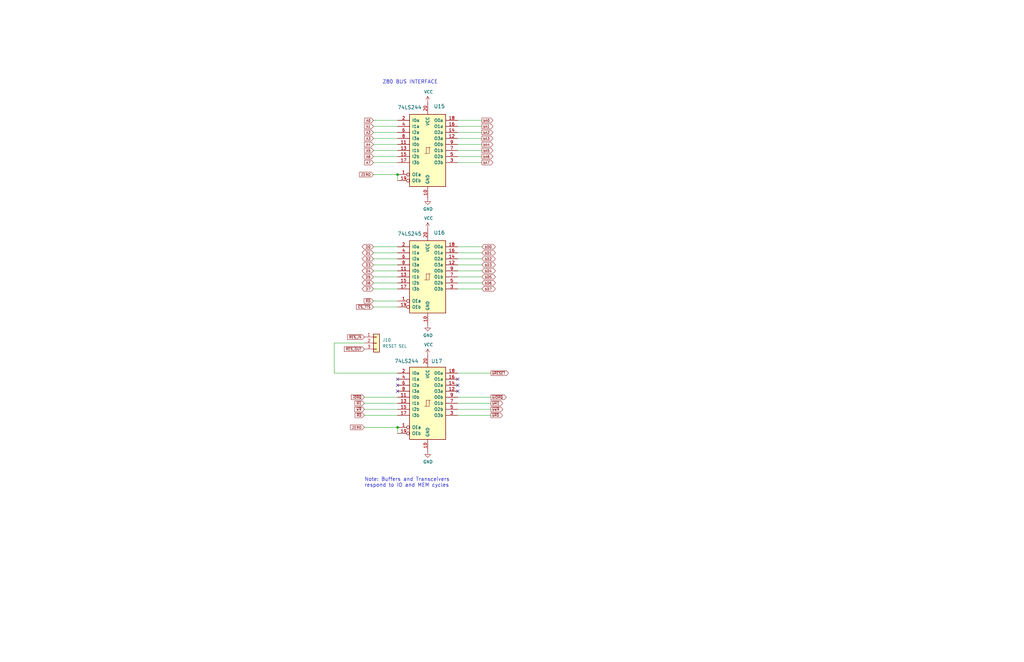
<source format=kicad_sch>
(kicad_sch (version 20211123) (generator eeschema)
  (paper "B")
  (lib_symbols
    (symbol "74xx:74LS244" (pin_names (offset 1.016))
      (property "Reference" "U" (at -7.62 16.51 0))
      (property "Value" "74LS244" (at -7.62 -16.51 0))
      (symbol "74LS244_1_0"
        (polyline (pts (xy -0.635 -1.27) (xy -0.635 1.27) (xy 0.635 1.27)))
        (polyline (pts (xy -1.27 -1.27) (xy 0.635 -1.27) (xy 0.635 1.27) (xy 1.27 1.27)))
        (pin input inverted (at -12.7 -10.16 0) (length 5.08) (name "OEa") (number "1"))
        (pin power_in line (at 0 -20.32 90) (length 5.08) (name "GND") (number "10"))
        (pin input line (at -12.7 2.54 0) (length 5.08) (name "I0b") (number "11"))
        (pin tri_state line (at 12.7 5.08 180) (length 5.08) (name "O3a") (number "12"))
        (pin input line (at -12.7 0 0) (length 5.08) (name "I1b") (number "13"))
        (pin tri_state line (at 12.7 7.62 180) (length 5.08) (name "O2a") (number "14"))
        (pin input line (at -12.7 -2.54 0) (length 5.08) (name "I2b") (number "15"))
        (pin tri_state line (at 12.7 10.16 180) (length 5.08) (name "O1a") (number "16"))
        (pin input line (at -12.7 -5.08 0) (length 5.08) (name "I3b") (number "17"))
        (pin tri_state line (at 12.7 12.7 180) (length 5.08) (name "O0a") (number "18"))
        (pin input inverted (at -12.7 -12.7 0) (length 5.08) (name "OEb") (number "19"))
        (pin input line (at -12.7 12.7 0) (length 5.08) (name "I0a") (number "2"))
        (pin power_in line (at 0 20.32 270) (length 5.08) (name "VCC") (number "20"))
        (pin tri_state line (at 12.7 -5.08 180) (length 5.08) (name "O3b") (number "3"))
        (pin input line (at -12.7 10.16 0) (length 5.08) (name "I1a") (number "4"))
        (pin tri_state line (at 12.7 -2.54 180) (length 5.08) (name "O2b") (number "5"))
        (pin input line (at -12.7 7.62 0) (length 5.08) (name "I2a") (number "6"))
        (pin tri_state line (at 12.7 0 180) (length 5.08) (name "O1b") (number "7"))
        (pin input line (at -12.7 5.08 0) (length 5.08) (name "I3a") (number "8"))
        (pin tri_state line (at 12.7 2.54 180) (length 5.08) (name "O0b") (number "9"))
      )
      (symbol "74LS244_1_1"
        (rectangle (start -7.62 15.24) (end 7.62 -15.24) (stroke (width 0.254)) (fill (type background)))
      )
    )
    (symbol "Connector_Generic:Conn_01x03" (pin_names (offset 1.016) hide)
      (property "Reference" "J" (at 0 5.08 0))
      (property "Value" "Conn_01x03" (at 0 -5.08 0))
      (symbol "Conn_01x03_1_1"
        (rectangle (start -1.27 -2.413) (end 0 -2.667) (stroke (width 0.1524)))
        (rectangle (start -1.27 0.127) (end 0 -0.127) (stroke (width 0.1524)))
        (rectangle (start -1.27 2.667) (end 0 2.413) (stroke (width 0.1524)))
        (rectangle (start -1.27 3.81) (end 1.27 -3.81) (stroke (width 0.254)) (fill (type background)))
        (pin passive line (at -5.08 2.54 0) (length 3.81) (name "Pin_1") (number "1"))
        (pin passive line (at -5.08 0 0) (length 3.81) (name "Pin_2") (number "2"))
        (pin passive line (at -5.08 -2.54 0) (length 3.81) (name "Pin_3") (number "3"))
      )
    )
    (symbol "power:GND" (power) (pin_names (offset 0))
      (property "Value" "GND" (at 0 -3.81 0))
      (symbol "GND_0_1"
        (polyline (pts (xy 0 0) (xy 0 -1.27) (xy 1.27 -1.27) (xy 0 -2.54) (xy -1.27 -1.27) (xy 0 -1.27)))
      )
      (symbol "GND_1_1"
        (pin power_in line (at 0 0 270) (length 0) hide (name "GND") (number "1"))
      )
    )
    (symbol "power:VCC" (power) (pin_names (offset 0))
      (property "Value" "VCC" (at 0 3.81 0))
      (symbol "VCC_0_1"
        (polyline (pts (xy -0.762 1.27) (xy 0 2.54)))
        (polyline (pts (xy 0 0) (xy 0 2.54)))
        (polyline (pts (xy 0 2.54) (xy 0.762 1.27)))
      )
      (symbol "VCC_1_1"
        (pin power_in line (at 0 0 90) (length 0) hide (name "VCC") (number "1"))
      )
    )
  )
  (junction (at 167.64 180.34))
  (junction (at 167.64 73.66))
  (no_connect (at 167.64 162.56))
  (no_connect (at 167.64 160.02))
  (no_connect (at 193.04 160.02))
  (no_connect (at 193.04 165.1))
  (no_connect (at 193.04 162.56))
  (no_connect (at 167.64 165.1))
  (wire (pts (xy 193.04 60.96) (xy 203.2 60.96)))
  (wire (pts (xy 193.04 167.64) (xy 207.01 167.64)))
  (wire (pts (xy 193.04 104.14) (xy 203.2 104.14)))
  (wire (pts (xy 157.48 119.38) (xy 167.64 119.38)))
  (wire (pts (xy 193.04 66.04) (xy 203.2 66.04)))
  (wire (pts (xy 167.64 180.34) (xy 167.64 182.88)))
  (wire (pts (xy 153.67 170.18) (xy 167.64 170.18)))
  (wire (pts (xy 157.48 127) (xy 167.64 127)))
  (wire (pts (xy 157.48 63.5) (xy 167.64 63.5)))
  (wire (pts (xy 157.48 106.68) (xy 167.64 106.68)))
  (wire (pts (xy 157.48 53.34) (xy 167.64 53.34)))
  (wire (pts (xy 193.04 68.58) (xy 203.2 68.58)))
  (wire (pts (xy 157.48 116.84) (xy 167.64 116.84)))
  (wire (pts (xy 193.04 157.48) (xy 207.01 157.48)))
  (wire (pts (xy 157.48 66.04) (xy 167.64 66.04)))
  (wire (pts (xy 157.48 68.58) (xy 167.64 68.58)))
  (wire (pts (xy 157.48 104.14) (xy 167.64 104.14)))
  (wire (pts (xy 157.48 109.22) (xy 167.64 109.22)))
  (wire (pts (xy 193.04 111.76) (xy 203.2 111.76)))
  (wire (pts (xy 157.48 114.3) (xy 167.64 114.3)))
  (wire (pts (xy 193.04 50.8) (xy 203.2 50.8)))
  (wire (pts (xy 153.67 167.64) (xy 167.64 167.64)))
  (wire (pts (xy 157.48 55.88) (xy 167.64 55.88)))
  (wire (pts (xy 193.04 106.68) (xy 203.2 106.68)))
  (wire (pts (xy 193.04 175.26) (xy 207.01 175.26)))
  (wire (pts (xy 157.48 121.92) (xy 167.64 121.92)))
  (wire (pts (xy 157.48 50.8) (xy 167.64 50.8)))
  (wire (pts (xy 157.48 58.42) (xy 167.64 58.42)))
  (wire (pts (xy 140.97 157.48) (xy 167.64 157.48)))
  (wire (pts (xy 193.04 121.92) (xy 203.2 121.92)))
  (wire (pts (xy 193.04 116.84) (xy 203.2 116.84)))
  (wire (pts (xy 153.67 172.72) (xy 167.64 172.72)))
  (wire (pts (xy 153.67 180.34) (xy 167.64 180.34)))
  (wire (pts (xy 157.48 129.54) (xy 167.64 129.54)))
  (wire (pts (xy 140.97 144.78) (xy 140.97 157.48)))
  (wire (pts (xy 193.04 55.88) (xy 203.2 55.88)))
  (wire (pts (xy 193.04 172.72) (xy 207.01 172.72)))
  (wire (pts (xy 157.48 60.96) (xy 167.64 60.96)))
  (wire (pts (xy 193.04 53.34) (xy 203.2 53.34)))
  (wire (pts (xy 193.04 109.22) (xy 203.2 109.22)))
  (wire (pts (xy 157.48 111.76) (xy 167.64 111.76)))
  (wire (pts (xy 193.04 114.3) (xy 203.2 114.3)))
  (wire (pts (xy 140.97 144.78) (xy 153.67 144.78)))
  (wire (pts (xy 167.64 76.2) (xy 167.64 73.66)))
  (wire (pts (xy 157.48 73.66) (xy 167.64 73.66)))
  (wire (pts (xy 153.67 175.26) (xy 167.64 175.26)))
  (wire (pts (xy 193.04 63.5) (xy 203.2 63.5)))
  (wire (pts (xy 193.04 119.38) (xy 203.2 119.38)))
  (wire (pts (xy 193.04 58.42) (xy 203.2 58.42)))
  (wire (pts (xy 193.04 170.18) (xy 207.01 170.18)))
  (text "Z80 BUS INTERFACE" (at 161.29 35.56 0) (effects (font (size 1.524 1.524)) (justify left bottom)))
  (text "Note: Buffers and Transceivers\nrespond to IO and MEM cycles" (at 153.67 205.74 0) (effects (font (size 1.524 1.524)) (justify left bottom)))
  (global_label "bD5" (shape bidirectional) (at 203.2 116.84 0) (effects (font (size 1.016 1.016))) (property "Intersheet References" "${INTERSHEET_REFS}" (effects hide)))
  (global_label "~{RES_OUT}" (shape input) (at 153.67 147.32 180) (effects (font (size 1.016 1.016))) (property "Intersheet References" "${INTERSHEET_REFS}" (effects hide)))
  (global_label "bA4" (shape output) (at 203.2 60.96 0) (effects (font (size 1.016 1.016))) (property "Intersheet References" "${INTERSHEET_REFS}" (effects hide)))
  (global_label "D4" (shape bidirectional) (at 157.48 114.3 180) (effects (font (size 1.016 1.016))) (property "Intersheet References" "${INTERSHEET_REFS}" (effects hide)))
  (global_label "~{RES_IN}" (shape input) (at 153.67 142.24 180) (effects (font (size 1.016 1.016))) (property "Intersheet References" "${INTERSHEET_REFS}" (effects hide)))
  (global_label "~{bWR}" (shape output) (at 207.01 172.72 0) (effects (font (size 1.016 1.016))) (property "Intersheet References" "${INTERSHEET_REFS}" (effects hide)))
  (global_label "~{bRESET}" (shape output) (at 207.01 157.48 0) (effects (font (size 1.016 1.016))) (property "Intersheet References" "${INTERSHEET_REFS}" (effects hide)))
  (global_label "~{bIORQ}" (shape output) (at 207.01 167.64 0) (effects (font (size 1.016 1.016))) (property "Intersheet References" "${INTERSHEET_REFS}" (effects hide)))
  (global_label "~{WR}" (shape input) (at 153.67 172.72 180) (effects (font (size 1.016 1.016))) (property "Intersheet References" "${INTERSHEET_REFS}" (effects hide)))
  (global_label "bA3" (shape output) (at 203.2 58.42 0) (effects (font (size 1.016 1.016))) (property "Intersheet References" "${INTERSHEET_REFS}" (effects hide)))
  (global_label "D3" (shape bidirectional) (at 157.48 111.76 180) (effects (font (size 1.016 1.016))) (property "Intersheet References" "${INTERSHEET_REFS}" (effects hide)))
  (global_label "ZERO" (shape input) (at 153.67 180.34 180) (effects (font (size 1.016 1.016))) (property "Intersheet References" "${INTERSHEET_REFS}" (effects hide)))
  (global_label "bD2" (shape bidirectional) (at 203.2 109.22 0) (effects (font (size 1.016 1.016))) (property "Intersheet References" "${INTERSHEET_REFS}" (effects hide)))
  (global_label "~{CS_TTS}" (shape input) (at 157.48 129.54 180) (effects (font (size 1.016 1.016))) (property "Intersheet References" "${INTERSHEET_REFS}" (effects hide)))
  (global_label "A7" (shape input) (at 157.48 68.58 180) (effects (font (size 1.016 1.016))) (property "Intersheet References" "${INTERSHEET_REFS}" (effects hide)))
  (global_label "A1" (shape input) (at 157.48 53.34 180) (effects (font (size 1.016 1.016))) (property "Intersheet References" "${INTERSHEET_REFS}" (effects hide)))
  (global_label "bD7" (shape bidirectional) (at 203.2 121.92 0) (effects (font (size 1.016 1.016))) (property "Intersheet References" "${INTERSHEET_REFS}" (effects hide)))
  (global_label "D6" (shape bidirectional) (at 157.48 119.38 180) (effects (font (size 1.016 1.016))) (property "Intersheet References" "${INTERSHEET_REFS}" (effects hide)))
  (global_label "~{bRD}" (shape output) (at 207.01 175.26 0) (effects (font (size 1.016 1.016))) (property "Intersheet References" "${INTERSHEET_REFS}" (effects hide)))
  (global_label "ZERO" (shape input) (at 157.48 73.66 180) (effects (font (size 1.016 1.016))) (property "Intersheet References" "${INTERSHEET_REFS}" (effects hide)))
  (global_label "~{IORQ}" (shape input) (at 153.67 167.64 180) (effects (font (size 1.016 1.016))) (property "Intersheet References" "${INTERSHEET_REFS}" (effects hide)))
  (global_label "bA0" (shape output) (at 203.2 50.8 0) (effects (font (size 1.016 1.016))) (property "Intersheet References" "${INTERSHEET_REFS}" (effects hide)))
  (global_label "~{M1}" (shape input) (at 153.67 170.18 180) (effects (font (size 1.016 1.016))) (property "Intersheet References" "${INTERSHEET_REFS}" (effects hide)))
  (global_label "D1" (shape bidirectional) (at 157.48 106.68 180) (effects (font (size 1.016 1.016))) (property "Intersheet References" "${INTERSHEET_REFS}" (effects hide)))
  (global_label "bA6" (shape output) (at 203.2 66.04 0) (effects (font (size 1.016 1.016))) (property "Intersheet References" "${INTERSHEET_REFS}" (effects hide)))
  (global_label "D5" (shape bidirectional) (at 157.48 116.84 180) (effects (font (size 1.016 1.016))) (property "Intersheet References" "${INTERSHEET_REFS}" (effects hide)))
  (global_label "bD3" (shape bidirectional) (at 203.2 111.76 0) (effects (font (size 1.016 1.016))) (property "Intersheet References" "${INTERSHEET_REFS}" (effects hide)))
  (global_label "A2" (shape input) (at 157.48 55.88 180) (effects (font (size 1.016 1.016))) (property "Intersheet References" "${INTERSHEET_REFS}" (effects hide)))
  (global_label "A4" (shape input) (at 157.48 60.96 180) (effects (font (size 1.016 1.016))) (property "Intersheet References" "${INTERSHEET_REFS}" (effects hide)))
  (global_label "D2" (shape bidirectional) (at 157.48 109.22 180) (effects (font (size 1.016 1.016))) (property "Intersheet References" "${INTERSHEET_REFS}" (effects hide)))
  (global_label "bA2" (shape output) (at 203.2 55.88 0) (effects (font (size 1.016 1.016))) (property "Intersheet References" "${INTERSHEET_REFS}" (effects hide)))
  (global_label "bA1" (shape output) (at 203.2 53.34 0) (effects (font (size 1.016 1.016))) (property "Intersheet References" "${INTERSHEET_REFS}" (effects hide)))
  (global_label "bA7" (shape output) (at 203.2 68.58 0) (effects (font (size 1.016 1.016))) (property "Intersheet References" "${INTERSHEET_REFS}" (effects hide)))
  (global_label "bD4" (shape bidirectional) (at 203.2 114.3 0) (effects (font (size 1.016 1.016))) (property "Intersheet References" "${INTERSHEET_REFS}" (effects hide)))
  (global_label "D7" (shape bidirectional) (at 157.48 121.92 180) (effects (font (size 1.016 1.016))) (property "Intersheet References" "${INTERSHEET_REFS}" (effects hide)))
  (global_label "~{RD}" (shape input) (at 157.48 127 180) (effects (font (size 1.016 1.016))) (property "Intersheet References" "${INTERSHEET_REFS}" (effects hide)))
  (global_label "~{RD}" (shape input) (at 153.67 175.26 180) (effects (font (size 1.016 1.016))) (property "Intersheet References" "${INTERSHEET_REFS}" (effects hide)))
  (global_label "A3" (shape input) (at 157.48 58.42 180) (effects (font (size 1.016 1.016))) (property "Intersheet References" "${INTERSHEET_REFS}" (effects hide)))
  (global_label "bD1" (shape bidirectional) (at 203.2 106.68 0) (effects (font (size 1.016 1.016))) (property "Intersheet References" "${INTERSHEET_REFS}" (effects hide)))
  (global_label "A6" (shape input) (at 157.48 66.04 180) (effects (font (size 1.016 1.016))) (property "Intersheet References" "${INTERSHEET_REFS}" (effects hide)))
  (global_label "~{bM1}" (shape output) (at 207.01 170.18 0) (effects (font (size 1.016 1.016))) (property "Intersheet References" "${INTERSHEET_REFS}" (effects hide)))
  (global_label "bD6" (shape bidirectional) (at 203.2 119.38 0) (effects (font (size 1.016 1.016))) (property "Intersheet References" "${INTERSHEET_REFS}" (effects hide)))
  (global_label "bA5" (shape output) (at 203.2 63.5 0) (effects (font (size 1.016 1.016))) (property "Intersheet References" "${INTERSHEET_REFS}" (effects hide)))
  (global_label "A5" (shape input) (at 157.48 63.5 180) (effects (font (size 1.016 1.016))) (property "Intersheet References" "${INTERSHEET_REFS}" (effects hide)))
  (global_label "D0" (shape bidirectional) (at 157.48 104.14 180) (effects (font (size 1.016 1.016))) (property "Intersheet References" "${INTERSHEET_REFS}" (effects hide)))
  (global_label "A0" (shape input) (at 157.48 50.8 180) (effects (font (size 1.016 1.016))) (property "Intersheet References" "${INTERSHEET_REFS}" (effects hide)))
  (global_label "bD0" (shape bidirectional) (at 203.2 104.14 0) (effects (font (size 1.016 1.016))) (property "Intersheet References" "${INTERSHEET_REFS}" (effects hide)))
  (symbol (lib_id "74xx:74LS244") (at 180.34 116.84 0) (unit 1)
    (property "Reference" "U16" (at 182.88 99.06 0) (effects (font (size 1.524 1.524)) (justify left bottom)))
    (property "Value" "74LS245" (at 167.64 97.79 0) (effects (font (size 1.524 1.524)) (justify left top)))
    (property "Footprint" "Package_DIP:DIP-20_W7.62mm" (effects hide))
    (property "Datasheet" "http://www.ti.com/lit/ds/symlink/sn74ls244.pdf" (effects hide))
  )
  (symbol (lib_id "power:VCC") (at 180.34 43.18 0) (unit 1)
    (property "Reference" "#PWR049" (effects hide))
    (property "Value" "VCC" (at 180.721 38.7858 0))
  )
  (symbol (lib_id "power:GND") (at 180.34 83.82 0) (unit 1)
    (property "Reference" "#PWR050" (effects hide))
    (property "Value" "GND" (at 180.467 88.2142 0))
  )
  (symbol (lib_id "power:VCC") (at 180.34 96.52 0) (unit 1)
    (property "Reference" "#PWR051" (effects hide))
    (property "Value" "VCC" (at 180.721 92.1258 0))
  )
  (symbol (lib_id "power:VCC") (at 180.34 149.86 0) (unit 1)
    (property "Reference" "#PWR053" (effects hide))
    (property "Value" "VCC" (at 180.721 145.4658 0))
  )
  (symbol (lib_id "power:GND") (at 180.34 137.16 0) (unit 1)
    (property "Reference" "#PWR052" (effects hide))
    (property "Value" "GND" (at 180.467 141.5542 0))
  )
  (symbol (lib_id "power:GND") (at 180.34 190.5 0) (unit 1)
    (property "Reference" "#PWR054" (effects hide))
    (property "Value" "GND" (at 180.467 194.8942 0))
  )
  (symbol (lib_id "74xx:74LS244") (at 180.34 170.18 0) (unit 1)
    (property "Reference" "U17" (at 184.15 152.4 0) (effects (font (size 1.524 1.524))))
    (property "Value" "74LS244" (at 171.45 152.4 0) (effects (font (size 1.524 1.524))))
    (property "Footprint" "Package_DIP:DIP-20_W7.62mm" (effects hide))
    (property "Datasheet" "http://www.ti.com/lit/ds/symlink/sn74ls244.pdf" (effects hide))
  )
  (symbol (lib_id "74xx:74LS244") (at 180.34 63.5 0) (unit 1)
    (property "Reference" "U15" (at 182.88 45.72 0) (effects (font (size 1.524 1.524)) (justify left bottom)))
    (property "Value" "74LS244" (at 167.64 44.45 0) (effects (font (size 1.524 1.524)) (justify left top)))
    (property "Footprint" "Package_DIP:DIP-20_W7.62mm" (effects hide))
    (property "Datasheet" "http://www.ti.com/lit/ds/symlink/sn74ls244.pdf" (effects hide))
  )
  (symbol (lib_id "Connector_Generic:Conn_01x03") (at 158.75 144.78 0) (unit 1)
    (property "Reference" "J10" (at 161.29 143.5099 0) (effects (justify left)))
    (property "Value" "RESET SEL" (at 161.29 146.0499 0) (effects (justify left)))
    (property "Footprint" "Connector_PinHeader_2.54mm:PinHeader_1x03_P2.54mm_Vertical" (effects hide))
  )
)
</source>
